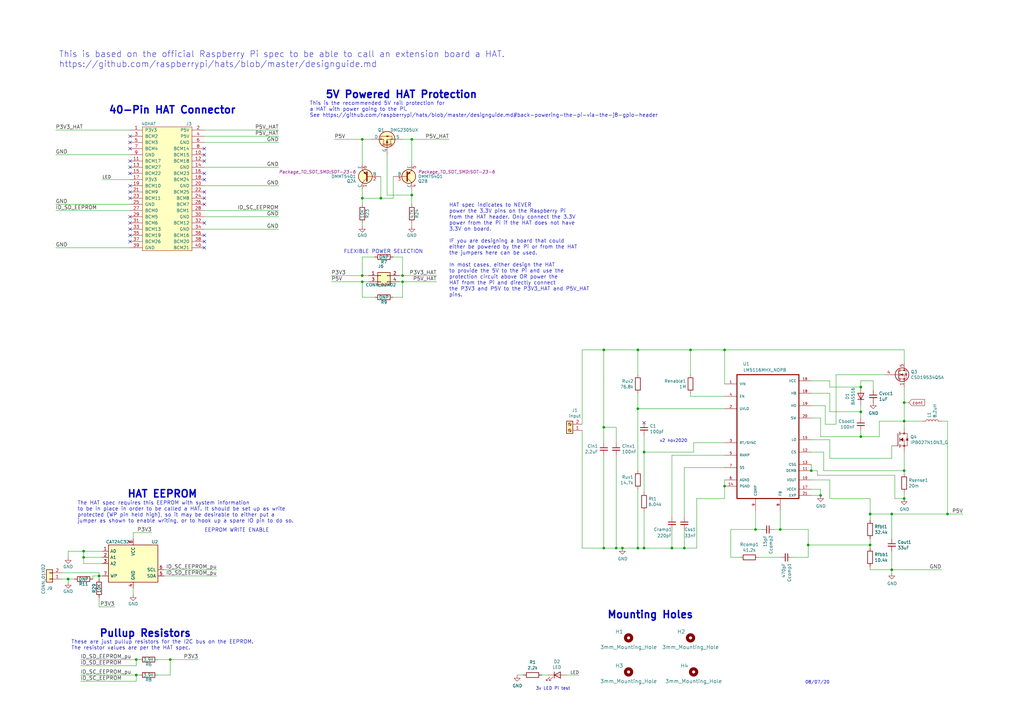
<source format=kicad_sch>
(kicad_sch (version 20211123) (generator eeschema)
  (paper "A3")
  (title_block (title "Raspberry Pi HAT") (rev "A"))
  (lib_symbols
    (symbol "Connector:Screw_Terminal_01x02" (pin_names (offset 1.016) hide)
      (property "Reference" "J" (at 0 2.54 0))
      (property "Value" "Screw_Terminal_01x02" (at 0 -5.08 0))
      (symbol "Screw_Terminal_01x02_1_1"
        (rectangle (start -1.27 1.27) (end 1.27 -3.81) (stroke (width 0.254)) (fill (type background)))
        (circle (center 0 -2.54) (radius 0.635) (stroke (width 0.1524)))
        (polyline (pts (xy -0.5334 -2.2098) (xy 0.3302 -3.048)) (stroke (width 0.1524)))
        (polyline (pts (xy -0.5334 0.3302) (xy 0.3302 -0.508)) (stroke (width 0.1524)))
        (polyline (pts (xy -0.3556 -2.032) (xy 0.508 -2.8702)) (stroke (width 0.1524)))
        (polyline (pts (xy -0.3556 0.508) (xy 0.508 -0.3302)) (stroke (width 0.1524)))
        (circle (center 0 0) (radius 0.635) (stroke (width 0.1524)))
        (pin passive line (at -5.08 0 0) (length 3.81) (name "Pin_1") (number "1"))
        (pin passive line (at -5.08 -2.54 0) (length 3.81) (name "Pin_2") (number "2"))
      )
    )
    (symbol "Connector_Generic:Conn_01x02" (pin_names (offset 1.016) hide)
      (property "Reference" "J" (at 0 2.54 0))
      (property "Value" "Conn_01x02" (at 0 -5.08 0))
      (symbol "Conn_01x02_1_1"
        (rectangle (start -1.27 -2.413) (end 0 -2.667) (stroke (width 0.1524)))
        (rectangle (start -1.27 0.127) (end 0 -0.127) (stroke (width 0.1524)))
        (rectangle (start -1.27 1.27) (end 1.27 -3.81) (stroke (width 0.254)) (fill (type background)))
        (pin passive line (at -5.08 0 0) (length 3.81) (name "Pin_1") (number "1"))
        (pin passive line (at -5.08 -2.54 0) (length 3.81) (name "Pin_2") (number "2"))
      )
    )
    (symbol "Connector_Generic:Conn_02x02_Odd_Even" (pin_names (offset 1.016) hide)
      (property "Reference" "J" (at 1.27 2.54 0))
      (property "Value" "Conn_02x02_Odd_Even" (at 1.27 -5.08 0))
      (symbol "Conn_02x02_Odd_Even_1_1"
        (rectangle (start -1.27 -2.413) (end 0 -2.667) (stroke (width 0.1524)))
        (rectangle (start -1.27 0.127) (end 0 -0.127) (stroke (width 0.1524)))
        (rectangle (start -1.27 1.27) (end 3.81 -3.81) (stroke (width 0.254)) (fill (type background)))
        (rectangle (start 3.81 -2.413) (end 2.54 -2.667) (stroke (width 0.1524)))
        (rectangle (start 3.81 0.127) (end 2.54 -0.127) (stroke (width 0.1524)))
        (pin passive line (at -5.08 0 0) (length 3.81) (name "Pin_1") (number "1"))
        (pin passive line (at 7.62 0 180) (length 3.81) (name "Pin_2") (number "2"))
        (pin passive line (at -5.08 -2.54 0) (length 3.81) (name "Pin_3") (number "3"))
        (pin passive line (at 7.62 -2.54 180) (length 3.81) (name "Pin_4") (number "4"))
      )
    )
    (symbol "Device:C_Small" (pin_numbers hide) (pin_names (offset 0.254) hide)
      (property "Reference" "C" (at 0.254 1.778 0))
      (property "Value" "C_Small" (at 0.254 -2.032 0))
      (symbol "C_Small_0_1"
        (polyline (pts (xy -1.524 -0.508) (xy 1.524 -0.508)) (stroke (width 0.3302)))
        (polyline (pts (xy -1.524 0.508) (xy 1.524 0.508)) (stroke (width 0.3048)))
      )
      (symbol "C_Small_1_1"
        (pin passive line (at 0 2.54 270) (length 2.032) (name "~") (number "1"))
        (pin passive line (at 0 -2.54 90) (length 2.032) (name "~") (number "2"))
      )
    )
    (symbol "Device:D" (pin_numbers hide) (pin_names (offset 1.016) hide)
      (property "Reference" "D" (at 0 2.54 0))
      (property "Value" "D" (at 0 -2.54 0))
      (symbol "D_0_1"
        (polyline (pts (xy -1.27 1.27) (xy -1.27 -1.27)) (stroke (width 0.254)))
        (polyline (pts (xy 1.27 0) (xy -1.27 0)))
        (polyline (pts (xy 1.27 1.27) (xy 1.27 -1.27) (xy -1.27 0) (xy 1.27 1.27)) (stroke (width 0.254)))
      )
      (symbol "D_1_1"
        (pin passive line (at -3.81 0 0) (length 2.54) (name "K") (number "1"))
        (pin passive line (at 3.81 0 180) (length 2.54) (name "A") (number "2"))
      )
    )
    (symbol "Device:L" (pin_numbers hide) (pin_names (offset 1.016) hide)
      (property "Reference" "L" (at -1.27 0 90))
      (property "Value" "L" (at 1.905 0 90))
      (symbol "L_0_1"
        (arc (start 0 -2.54) (mid 0.635 -1.905) (end 0 -1.27))
        (arc (start 0 -1.27) (mid 0.635 -0.635) (end 0 0))
        (arc (start 0 0) (mid 0.635 0.635) (end 0 1.27))
        (arc (start 0 1.27) (mid 0.635 1.905) (end 0 2.54))
      )
      (symbol "L_1_1"
        (pin passive line (at 0 3.81 270) (length 1.27) (name "1") (number "1"))
        (pin passive line (at 0 -3.81 90) (length 1.27) (name "2") (number "2"))
      )
    )
    (symbol "Device:LED" (pin_numbers hide) (pin_names (offset 1.016) hide)
      (property "Reference" "D" (at 0 2.54 0))
      (property "Value" "LED" (at 0 -2.54 0))
      (symbol "LED_0_1"
        (polyline (pts (xy -1.27 -1.27) (xy -1.27 1.27)) (stroke (width 0.254)))
        (polyline (pts (xy -1.27 0) (xy 1.27 0)))
        (polyline (pts (xy 1.27 -1.27) (xy 1.27 1.27) (xy -1.27 0) (xy 1.27 -1.27)) (stroke (width 0.254)))
        (polyline (pts (xy -3.048 -0.762) (xy -4.572 -2.286) (xy -3.81 -2.286) (xy -4.572 -2.286) (xy -4.572 -1.524)))
        (polyline (pts (xy -1.778 -0.762) (xy -3.302 -2.286) (xy -2.54 -2.286) (xy -3.302 -2.286) (xy -3.302 -1.524)))
      )
      (symbol "LED_1_1"
        (pin passive line (at -3.81 0 0) (length 2.54) (name "K") (number "1"))
        (pin passive line (at 3.81 0 180) (length 2.54) (name "A") (number "2"))
      )
    )
    (symbol "Device:R" (pin_numbers hide) (pin_names (offset 0))
      (property "Reference" "R" (at 2.032 0 90))
      (property "Value" "R" (at 0 0 90))
      (symbol "R_0_1"
        (rectangle (start -1.016 -2.54) (end 1.016 2.54) (stroke (width 0.254)))
      )
      (symbol "R_1_1"
        (pin passive line (at 0 3.81 270) (length 1.27) (name "~") (number "1"))
        (pin passive line (at 0 -3.81 90) (length 1.27) (name "~") (number "2"))
      )
    )
    (symbol "LM5116_hat:LM5116MHX_NOPB_webench_LM5116MHX_NOPB" (pin_names (offset 1.016))
      (property "Reference" "U" (at -12.7 26.3906 0))
      (property "Value" "LM5116MHX_NOPB_webench_LM5116MHX_NOPB" (at -5.08 26.67 0))
      (symbol "LM5116MHX_NOPB_webench_LM5116MHX_NOPB_0_0"
        (polyline (pts (xy -12.7 -25.4) (xy -12.7 25.4)) (stroke (width 0.4064)))
        (polyline (pts (xy -12.7 25.4) (xy 12.7 25.4)) (stroke (width 0.4064)))
        (polyline (pts (xy 12.7 -25.4) (xy -12.7 -25.4)) (stroke (width 0.4064)))
        (polyline (pts (xy 12.7 25.4) (xy 12.7 -25.4)) (stroke (width 0.4064)))
        (pin input line (at -17.78 21.59 0) (length 5.08) (name "VIN") (number "1"))
        (pin output line (at 17.78 -17.78 180) (length 5.08) (name "VOUT") (number "10"))
        (pin input line (at 17.78 -13.97 180) (length 5.08) (name "DEMB") (number "11"))
        (pin input line (at 17.78 -6.35 180) (length 5.08) (name "CS") (number "12"))
        (pin input line (at 17.78 -11.43 180) (length 5.08) (name "CSG") (number "13"))
        (pin power_in line (at -17.78 -20.32 0) (length 5.08) (name "PGND") (number "14"))
        (pin output line (at 17.78 -1.27 180) (length 5.08) (name "LO") (number "15"))
        (pin power_in line (at 17.78 22.86 180) (length 5.08) (name "VCC") (number "16"))
        (pin power_in line (at 17.78 -21.59 180) (length 5.08) (name "VCCX") (number "17"))
        (pin power_in line (at 17.78 17.78 180) (length 5.08) (name "HB") (number "18"))
        (pin output line (at 17.78 12.7 180) (length 5.08) (name "HO") (number "19"))
        (pin input line (at -17.78 11.43 0) (length 5.08) (name "UVLO") (number "2"))
        (pin output line (at 17.78 7.62 180) (length 5.08) (name "SW") (number "20"))
        (pin power_in line (at 17.78 -24.13 180) (length 5.08) (name "EXP") (number "21"))
        (pin input line (at -17.78 -2.54 0) (length 5.08) (name "RT/SYNC") (number "3"))
        (pin input line (at -17.78 16.51 0) (length 5.08) (name "EN") (number "4"))
        (pin input line (at -17.78 -7.62 0) (length 5.08) (name "RAMP") (number "5"))
        (pin power_in line (at -17.78 -17.78 0) (length 5.08) (name "AGND") (number "6"))
        (pin input line (at -17.78 -12.7 0) (length 5.08) (name "SS") (number "7"))
        (pin input line (at 5.08 -30.48 90) (length 5.08) (name "FB") (number "8"))
        (pin output line (at -5.08 -30.48 90) (length 5.08) (name "COMP") (number "9"))
      )
    )
    (symbol "Mechanical:MountingHole" (pin_names (offset 1.016))
      (property "Reference" "H" (at 0 5.08 0))
      (property "Value" "MountingHole" (at 0 3.175 0))
      (symbol "MountingHole_0_1"
        (circle (center 0 0) (radius 1.27) (stroke (width 1.27)))
      )
    )
    (symbol "Transistor_FET:CSD19534Q5A" (pin_names hide)
      (property "Reference" "Q" (at 5.08 1.905 0))
      (property "Value" "CSD19534Q5A" (at 5.08 0 0))
      (symbol "CSD19534Q5A_0_1"
        (polyline (pts (xy 0.254 0) (xy -2.54 0)))
        (polyline (pts (xy 0.254 1.905) (xy 0.254 -1.905)) (stroke (width 0.254)))
        (polyline (pts (xy 0.762 -1.27) (xy 0.762 -2.286)) (stroke (width 0.254)))
        (polyline (pts (xy 0.762 0.508) (xy 0.762 -0.508)) (stroke (width 0.254)))
        (polyline (pts (xy 0.762 2.286) (xy 0.762 1.27)) (stroke (width 0.254)))
        (polyline (pts (xy 2.54 2.54) (xy 2.54 1.778)))
        (polyline (pts (xy 2.54 -2.54) (xy 2.54 0) (xy 0.762 0)))
        (polyline (pts (xy 0.762 -1.778) (xy 3.302 -1.778) (xy 3.302 1.778) (xy 0.762 1.778)))
        (polyline (pts (xy 1.016 0) (xy 2.032 0.381) (xy 2.032 -0.381) (xy 1.016 0)) (fill (type outline)))
        (polyline (pts (xy 2.794 0.508) (xy 2.921 0.381) (xy 3.683 0.381) (xy 3.81 0.254)))
        (polyline (pts (xy 3.302 0.381) (xy 2.921 -0.254) (xy 3.683 -0.254) (xy 3.302 0.381)))
        (circle (center 1.651 0) (radius 2.794) (stroke (width 0.254)))
        (circle (center 2.54 -1.778) (radius 0.254) (fill (type outline)))
        (circle (center 2.54 1.778) (radius 0.254) (fill (type outline)))
      )
      (symbol "CSD19534Q5A_1_1"
        (pin passive line (at 2.54 -5.08 90) (length 2.54) (name "S") (number "1"))
        (pin passive line (at 2.54 -5.08 90) (length 2.54) hide (name "S") (number "2"))
        (pin passive line (at 2.54 -5.08 90) (length 2.54) hide (name "S") (number "3"))
        (pin passive line (at -5.08 0 0) (length 2.54) (name "G") (number "4"))
        (pin passive line (at 2.54 5.08 270) (length 2.54) (name "D") (number "5"))
      )
    )
    (symbol "kyuditsky_kicad:IPB027N10N3_G" (pin_numbers hide) (pin_names (offset 1.016) hide)
      (property "Reference" "Q" (at -8.89 2.54 0))
      (property "Value" "IPB027N10N3_G" (at -8.89 -7.62 0))
      (symbol "IPB027N10N3_G_0_0"
        (polyline (pts (xy 0 2.54) (xy 0 -2.54)) (stroke (width 0.254)))
        (polyline (pts (xy 0.762 -2.54) (xy 0.762 -3.175)) (stroke (width 0.254)))
        (polyline (pts (xy 0.762 -1.905) (xy 0.762 -2.54)) (stroke (width 0.254)))
        (polyline (pts (xy 0.762 0) (xy 0.762 -0.762)) (stroke (width 0.254)))
        (polyline (pts (xy 0.762 0) (xy 2.54 0)) (stroke (width 0.1524)))
        (polyline (pts (xy 0.762 0.762) (xy 0.762 0)) (stroke (width 0.254)))
        (polyline (pts (xy 0.762 2.54) (xy 0.762 1.905)) (stroke (width 0.254)))
        (polyline (pts (xy 0.762 2.54) (xy 3.81 2.54)) (stroke (width 0.1524)))
        (polyline (pts (xy 0.762 3.175) (xy 0.762 2.54)) (stroke (width 0.254)))
        (polyline (pts (xy 2.54 -2.54) (xy 0.762 -2.54)) (stroke (width 0.1524)))
        (polyline (pts (xy 2.54 -2.54) (xy 3.81 -2.54)) (stroke (width 0.1524)))
        (polyline (pts (xy 2.54 0) (xy 2.54 -2.54)) (stroke (width 0.1524)))
        (polyline (pts (xy 3.81 0.508) (xy 3.302 0.508)) (stroke (width 0.1524)))
        (polyline (pts (xy 3.81 0.508) (xy 3.81 -2.54)) (stroke (width 0.1524)))
        (polyline (pts (xy 3.81 2.54) (xy 3.81 0.508)) (stroke (width 0.1524)))
        (polyline (pts (xy 4.318 0.508) (xy 3.81 0.508)) (stroke (width 0.1524)))
        (polyline (pts (xy 1.016 0) (xy 2.032 0.762) (xy 2.032 -0.762)) (stroke (width 0.1524)) (fill (type outline)))
        (polyline (pts (xy 3.81 0.508) (xy 3.302 -0.254) (xy 4.318 -0.254)) (stroke (width 0.1524)) (fill (type outline)))
        (circle (center 2.54 -2.54) (radius 0.3556))
        (circle (center 2.54 2.54) (radius 0.3556))
        (pin passive line (at -2.54 -2.54 0) (length 2.54) (name "~") (number "1"))
        (pin passive line (at 2.54 5.08 270) (length 2.54) (name "~") (number "2"))
        (pin passive line (at 2.54 -5.08 90) (length 2.54) (name "~") (number "3"))
      )
    )
    (symbol "power:GND" (power) (pin_names (offset 0))
      (property "Value" "GND" (at 0 -3.81 0))
      (symbol "GND_0_1"
        (polyline (pts (xy 0 0) (xy 0 -1.27) (xy 1.27 -1.27) (xy 0 -2.54) (xy -1.27 -1.27) (xy 0 -1.27)))
      )
      (symbol "GND_1_1"
        (pin power_in line (at 0 0 270) (length 0) hide (name "GND") (number "1"))
      )
    )
    (symbol "raspberrypi_hat:CAT24C32" (pin_names (offset 0.762))
      (property "Reference" "U" (at -8.89 8.89 0))
      (property "Value" "CAT24C32" (at 6.35 8.89 0))
      (symbol "CAT24C32_0_0"
        (pin power_in line (at 0 -10.16 90) (length 2.54) (name "GND") (number "4"))
        (pin power_in line (at 0 10.16 270) (length 2.54) (name "VCC") (number "8"))
      )
      (symbol "CAT24C32_1_1"
        (rectangle (start -10.16 -7.62) (end 10.16 7.62) (stroke (width 0.254)) (fill (type background)))
        (pin input line (at -12.7 5.08 0) (length 2.54) (name "A0") (number "1"))
        (pin input line (at -12.7 2.54 0) (length 2.54) (name "A1") (number "2"))
        (pin input line (at -12.7 0 0) (length 2.54) (name "A2") (number "3"))
        (pin bidirectional line (at 12.7 -5.08 180) (length 2.54) (name "SDA") (number "5"))
        (pin input line (at 12.7 -2.54 180) (length 2.54) (name "SCL") (number "6"))
        (pin input line (at -12.7 -5.08 0) (length 2.54) (name "WP") (number "7"))
      )
    )
    (symbol "raspberrypi_hat:DMG2305UX" (pin_numbers hide) (pin_names (offset 0))
      (property "Reference" "Q" (at -2.54 3.81 0))
      (property "Value" "DMG2305UX" (at 12.7 3.81 0))
      (symbol "DMG2305UX_0_1"
        (polyline (pts (xy -2.54 0) (xy -2.286 0)) (stroke (width 0.254)))
        (polyline (pts (xy -1.778 -1.524) (xy 0 -1.524)))
        (polyline (pts (xy -1.778 -1.016) (xy -1.778 -2.032)))
        (polyline (pts (xy -1.778 0) (xy 0 0)))
        (polyline (pts (xy -1.778 0.508) (xy -1.778 -0.508)))
        (polyline (pts (xy -1.778 1.397) (xy 0 1.397)))
        (polyline (pts (xy -1.778 1.905) (xy -1.778 0.889)))
        (polyline (pts (xy 0 -2.032) (xy 0 -2.921)))
        (polyline (pts (xy 0 -1.778) (xy 0 0)))
        (polyline (pts (xy 0 -1.27) (xy 0 -2.032)))
        (polyline (pts (xy 0 1.524) (xy 0 2.794)))
        (polyline (pts (xy 0 2.159) (xy 0 1.397)))
        (polyline (pts (xy 0.889 -0.5334) (xy 1.6764 -0.508)))
        (polyline (pts (xy -2.286 1.778) (xy -2.286 -1.905) (xy -2.286 -1.397) (xy -2.286 -1.651)) (stroke (width 0.254)))
        (polyline (pts (xy -0.381 0) (xy -1.397 0.381) (xy -1.397 -0.381) (xy -0.381 0)) (fill (type outline)))
        (polyline (pts (xy 1.27 -0.4572) (xy 0.9906 0.1524) (xy 1.524 0.1524) (xy 1.2446 -0.4572)) (fill (type outline)))
        (polyline (pts (xy 0 2.54) (xy 1.27 2.54) (xy 1.27 0.508) (xy 1.27 -2.032) (xy 0 -2.032)))
        (circle (center 0 0) (radius 3.2512) (stroke (width 0.254)) (fill (type background)))
        (circle (center 0.0254 -2.032) (radius 0.1524) (fill (type outline)))
        (circle (center 0.0254 2.54) (radius 0.1778) (fill (type outline)))
      )
      (symbol "DMG2305UX_1_1"
        (pin input line (at -6.35 0 0) (length 3.81) (name "G") (number "1"))
        (pin passive line (at 0 -6.35 90) (length 3.81) (name "S") (number "2"))
        (pin passive line (at 0 6.35 270) (length 3.81) (name "D") (number "3"))
      )
    )
    (symbol "raspberrypi_hat:DMMT5401" (pin_names (offset 0))
      (property "Reference" "Q" (at 5.08 1.905 0))
      (property "Value" "DMMT5401" (at 5.08 0 0))
      (property "Footprint" "SOT-26" (at 5.08 -1.905 0))
      (symbol "DMMT5401_0_1"
        (polyline (pts (xy 0 0) (xy 0.635 0)))
        (polyline (pts (xy 2.54 -2.54) (xy 0.635 -0.635)))
        (polyline (pts (xy 2.54 2.54) (xy 0.635 0.635)))
        (polyline (pts (xy 0.635 1.905) (xy 0.635 -1.905) (xy 0.635 -1.905)) (stroke (width 0.508)) (fill (type outline)))
        (polyline (pts (xy 1.397 -1.905) (xy 1.905 -1.397) (xy 0.889 -0.889) (xy 1.397 -1.905) (xy 1.397 -1.905)) (fill (type outline)))
        (circle (center 1.27 0) (radius 2.8194) (stroke (width 0.254)) (fill (type background)))
      )
      (symbol "DMMT5401_1_1"
        (pin passive line (at 2.54 5.08 270) (length 2.54) (name "C") (number "1"))
        (pin input line (at -5.08 0 0) (length 5.08) (name "B") (number "2"))
        (pin passive line (at 2.54 -5.08 90) (length 2.54) (name "E") (number "6"))
      )
      (symbol "DMMT5401_2_1"
        (pin input line (at -5.08 0 0) (length 5.08) (name "B") (number "3"))
        (pin passive line (at 2.54 5.08 270) (length 2.54) (name "C") (number "4"))
        (pin passive line (at 2.54 -5.08 90) (length 2.54) (name "E") (number "5"))
      )
    )
    (symbol "raspberrypi_hat:OX40HAT" (pin_names (offset 1.016))
      (property "Reference" "J" (at 8.89 2.54 0))
      (property "Value" "OX40HAT" (at -7.62 2.54 0))
      (symbol "OX40HAT_0_1"
        (rectangle (start -10.16 1.27) (end 10.16 -49.53) (fill (type background)))
      )
      (symbol "OX40HAT_1_1"
        (pin bidirectional line (at -15.24 0 0) (length 5.08) (name "P3V3") (number "1"))
        (pin bidirectional line (at 15.24 -10.16 180) (length 5.08) (name "BCM15") (number "10"))
        (pin bidirectional line (at -15.24 -12.7 0) (length 5.08) (name "BCM17") (number "11"))
        (pin bidirectional line (at 15.24 -12.7 180) (length 5.08) (name "BCM18") (number "12"))
        (pin bidirectional line (at -15.24 -15.24 0) (length 5.08) (name "BCM27") (number "13"))
        (pin bidirectional line (at 15.24 -15.24 180) (length 5.08) (name "GND") (number "14"))
        (pin bidirectional line (at -15.24 -17.78 0) (length 5.08) (name "BCM22") (number "15"))
        (pin bidirectional line (at 15.24 -17.78 180) (length 5.08) (name "BCM23") (number "16"))
        (pin bidirectional line (at -15.24 -20.32 0) (length 5.08) (name "P3V3") (number "17"))
        (pin bidirectional line (at 15.24 -20.32 180) (length 5.08) (name "BCM24") (number "18"))
        (pin bidirectional line (at -15.24 -22.86 0) (length 5.08) (name "BCM10") (number "19"))
        (pin bidirectional line (at 15.24 0 180) (length 5.08) (name "P5V") (number "2"))
        (pin bidirectional line (at 15.24 -22.86 180) (length 5.08) (name "GND") (number "20"))
        (pin bidirectional line (at -15.24 -25.4 0) (length 5.08) (name "BCM9") (number "21"))
        (pin bidirectional line (at 15.24 -25.4 180) (length 5.08) (name "BCM25") (number "22"))
        (pin bidirectional line (at -15.24 -27.94 0) (length 5.08) (name "BCM11") (number "23"))
        (pin bidirectional line (at 15.24 -27.94 180) (length 5.08) (name "BCM8") (number "24"))
        (pin bidirectional line (at -15.24 -30.48 0) (length 5.08) (name "GND") (number "25"))
        (pin bidirectional line (at 15.24 -30.48 180) (length 5.08) (name "BCM7") (number "26"))
        (pin bidirectional line (at -15.24 -33.02 0) (length 5.08) (name "BCM0") (number "27"))
        (pin bidirectional line (at 15.24 -33.02 180) (length 5.08) (name "BCM1") (number "28"))
        (pin bidirectional line (at -15.24 -35.56 0) (length 5.08) (name "BCM5") (number "29"))
        (pin bidirectional line (at -15.24 -2.54 0) (length 5.08) (name "BCM2") (number "3"))
        (pin bidirectional line (at 15.24 -35.56 180) (length 5.08) (name "GND") (number "30"))
        (pin bidirectional line (at -15.24 -38.1 0) (length 5.08) (name "BCM6") (number "31"))
        (pin bidirectional line (at 15.24 -38.1 180) (length 5.08) (name "BCM12") (number "32"))
        (pin bidirectional line (at -15.24 -40.64 0) (length 5.08) (name "BCM13") (number "33"))
        (pin bidirectional line (at 15.24 -40.64 180) (length 5.08) (name "GND") (number "34"))
        (pin bidirectional line (at -15.24 -43.18 0) (length 5.08) (name "BCM19") (number "35"))
        (pin bidirectional line (at 15.24 -43.18 180) (length 5.08) (name "BCM16") (number "36"))
        (pin bidirectional line (at -15.24 -45.72 0) (length 5.08) (name "BCM26") (number "37"))
        (pin bidirectional line (at 15.24 -45.72 180) (length 5.08) (name "BCM20") (number "38"))
        (pin bidirectional line (at -15.24 -48.26 0) (length 5.08) (name "GND") (number "39"))
        (pin bidirectional line (at 15.24 -2.54 180) (length 5.08) (name "P5V") (number "4"))
        (pin bidirectional line (at 15.24 -48.26 180) (length 5.08) (name "BCM21") (number "40"))
        (pin bidirectional line (at -15.24 -5.08 0) (length 5.08) (name "BCM3") (number "5"))
        (pin bidirectional line (at 15.24 -5.08 180) (length 5.08) (name "GND") (number "6"))
        (pin bidirectional line (at -15.24 -7.62 0) (length 5.08) (name "BCM4") (number "7"))
        (pin bidirectional line (at 15.24 -7.62 180) (length 5.08) (name "BCM14") (number "8"))
        (pin bidirectional line (at -15.24 -10.16 0) (length 5.08) (name "GND") (number "9"))
      )
    )
  )
  (junction (at 365.76 210.82))
  (junction (at 309.88 217.17))
  (junction (at 331.47 223.52))
  (junction (at 168.91 80.01))
  (junction (at 255.27 224.79))
  (junction (at 336.55 203.2))
  (junction (at 168.91 57.15))
  (junction (at 69.85 270.51))
  (junction (at 356.87 210.82))
  (junction (at 370.84 193.04))
  (junction (at 261.62 167.64))
  (junction (at 370.84 172.72))
  (junction (at 247.65 175.26))
  (junction (at 370.84 204.47))
  (junction (at 353.06 168.91))
  (junction (at 148.59 115.57))
  (junction (at 283.21 143.51))
  (junction (at 297.18 143.51))
  (junction (at 40.64 236.22))
  (junction (at 261.62 143.51))
  (junction (at 34.29 226.06))
  (junction (at 297.18 199.39))
  (junction (at 148.59 113.03))
  (junction (at 320.04 217.17))
  (junction (at 55.88 270.51))
  (junction (at 353.06 179.07))
  (junction (at 356.87 223.52))
  (junction (at 332.74 193.04))
  (junction (at 264.16 185.42))
  (junction (at 365.76 233.68))
  (junction (at 370.84 165.1))
  (junction (at 247.65 224.79))
  (junction (at 148.59 57.15))
  (junction (at 353.06 158.75))
  (junction (at 275.59 224.79))
  (junction (at 264.16 224.79))
  (junction (at 280.67 224.79))
  (junction (at 261.62 224.79))
  (junction (at 388.62 210.82))
  (junction (at 55.88 276.86))
  (junction (at 156.21 81.28))
  (junction (at 252.73 224.79))
  (junction (at 165.1 115.57))
  (junction (at 165.1 113.03))
  (junction (at 34.29 228.6))
  (junction (at 148.59 81.28))
  (junction (at 247.65 143.51))
  (junction (at 27.94 237.49))
  (no_connect (at 264.16 173.355))
  (no_connect (at 83.82 91.44))
  (no_connect (at 83.82 63.5))
  (no_connect (at 83.82 78.74))
  (no_connect (at 53.34 88.9))
  (no_connect (at 53.34 91.44))
  (no_connect (at 83.82 101.6))
  (no_connect (at 53.34 99.06))
  (no_connect (at 83.82 73.66))
  (no_connect (at 83.82 66.04))
  (no_connect (at 53.34 78.74))
  (no_connect (at 83.82 81.28))
  (no_connect (at 53.34 66.04))
  (no_connect (at 53.34 68.58))
  (no_connect (at 83.82 71.12))
  (no_connect (at 53.34 58.42))
  (no_connect (at 53.34 55.88))
  (no_connect (at 83.82 60.96))
  (no_connect (at 53.34 60.96))
  (no_connect (at 53.34 76.2))
  (no_connect (at 83.82 96.52))
  (no_connect (at 53.34 96.52))
  (no_connect (at 53.34 81.28))
  (no_connect (at 53.34 93.98))
  (no_connect (at 83.82 99.06))
  (no_connect (at 53.34 71.12))
  (no_connect (at 83.82 83.82))
  (wire (pts (xy 264.16 178.435) (xy 264.16 185.42)))
  (wire (pts (xy 367.03 204.47) (xy 370.84 204.47)))
  (wire (pts (xy 38.1 236.22) (xy 38.1 237.49)))
  (wire (pts (xy 337.82 193.04) (xy 370.84 193.04)))
  (wire (pts (xy 340.36 196.85) (xy 340.36 204.47)))
  (wire (pts (xy 284.48 185.42) (xy 264.16 185.42)))
  (wire (pts (xy 137.16 57.15) (xy 148.59 57.15)))
  (wire (pts (xy 252.73 224.79) (xy 255.27 224.79)))
  (wire (pts (xy 280.67 217.17) (xy 280.67 224.79)))
  (wire (pts (xy 27.94 237.49) (xy 30.48 237.49)))
  (wire (pts (xy 335.28 194.945) (xy 335.28 193.04)))
  (wire (pts (xy 27.94 226.06) (xy 34.29 226.06)))
  (wire (pts (xy 264.16 224.79) (xy 275.59 224.79)))
  (wire (pts (xy 158.75 63.5) (xy 158.75 80.01)))
  (wire (pts (xy 83.82 55.88) (xy 114.3 55.88)))
  (wire (pts (xy 40.64 236.22) (xy 41.91 236.22)))
  (wire (pts (xy 370.84 165.1) (xy 370.84 172.72)))
  (wire (pts (xy 331.47 223.52) (xy 331.47 228.6)))
  (wire (pts (xy 285.75 204.47) (xy 297.18 204.47)))
  (wire (pts (xy 365.76 233.68) (xy 365.76 234.95)))
  (wire (pts (xy 165.1 121.92) (xy 165.1 115.57)))
  (wire (pts (xy 356.87 220.98) (xy 356.87 223.52)))
  (wire (pts (xy 54.61 218.44) (xy 62.23 218.44)))
  (wire (pts (xy 261.62 161.29) (xy 261.62 167.64)))
  (wire (pts (xy 309.88 217.17) (xy 312.42 217.17)))
  (wire (pts (xy 165.1 57.15) (xy 168.91 57.15)))
  (wire (pts (xy 53.34 86.36) (xy 22.86 86.36)))
  (wire (pts (xy 353.06 156.21) (xy 353.06 158.75)))
  (wire (pts (xy 353.06 176.53) (xy 353.06 179.07)))
  (wire (pts (xy 158.75 80.01) (xy 168.91 80.01)))
  (wire (pts (xy 163.83 113.03) (xy 165.1 113.03)))
  (wire (pts (xy 332.74 190.5) (xy 332.74 193.04)))
  (wire (pts (xy 153.67 105.41) (xy 148.59 105.41)))
  (wire (pts (xy 353.06 168.91) (xy 353.06 166.37)))
  (wire (pts (xy 340.36 168.91) (xy 353.06 168.91)))
  (wire (pts (xy 340.36 180.34) (xy 332.74 180.34)))
  (wire (pts (xy 356.87 223.52) (xy 356.87 224.79)))
  (wire (pts (xy 275.59 217.17) (xy 275.59 224.79)))
  (wire (pts (xy 165.1 113.03) (xy 165.1 105.41)))
  (wire (pts (xy 325.12 228.6) (xy 331.47 228.6)))
  (wire (pts (xy 360.68 179.07) (xy 353.06 179.07)))
  (wire (pts (xy 370.84 193.04) (xy 370.84 194.31)))
  (wire (pts (xy 340.36 156.21) (xy 340.36 158.75)))
  (wire (pts (xy 40.64 234.95) (xy 40.64 236.22)))
  (wire (pts (xy 365.76 233.68) (xy 386.08 233.68)))
  (wire (pts (xy 55.88 279.4) (xy 33.02 279.4)))
  (wire (pts (xy 135.89 115.57) (xy 148.59 115.57)))
  (wire (pts (xy 214.63 276.86) (xy 212.09 276.86)))
  (wire (pts (xy 356.87 210.82) (xy 365.76 210.82)))
  (wire (pts (xy 222.25 276.86) (xy 224.79 276.86)))
  (wire (pts (xy 27.94 226.06) (xy 27.94 228.6)))
  (wire (pts (xy 297.18 204.47) (xy 297.18 199.39)))
  (wire (pts (xy 338.455 166.37) (xy 332.74 166.37)))
  (wire (pts (xy 53.34 63.5) (xy 22.86 63.5)))
  (wire (pts (xy 378.46 172.72) (xy 370.84 172.72)))
  (wire (pts (xy 33.02 276.86) (xy 55.88 276.86)))
  (wire (pts (xy 135.89 113.03) (xy 148.59 113.03)))
  (wire (pts (xy 365.76 210.82) (xy 365.76 220.98)))
  (wire (pts (xy 283.21 153.67) (xy 283.21 143.51)))
  (wire (pts (xy 38.1 236.22) (xy 40.64 236.22)))
  (wire (pts (xy 40.64 248.92) (xy 40.64 245.11)))
  (wire (pts (xy 284.48 181.61) (xy 284.48 185.42)))
  (wire (pts (xy 55.88 276.86) (xy 57.15 276.86)))
  (wire (pts (xy 83.82 53.34) (xy 114.3 53.34)))
  (wire (pts (xy 165.1 105.41) (xy 161.29 105.41)))
  (wire (pts (xy 53.34 53.34) (xy 22.86 53.34)))
  (wire (pts (xy 247.65 186.69) (xy 247.65 224.79)))
  (wire (pts (xy 156.21 72.39) (xy 156.21 81.28)))
  (wire (pts (xy 161.29 121.92) (xy 165.1 121.92)))
  (wire (pts (xy 148.59 115.57) (xy 148.59 121.92)))
  (wire (pts (xy 168.91 80.01) (xy 168.91 83.82)))
  (wire (pts (xy 332.74 156.21) (xy 340.36 156.21)))
  (wire (pts (xy 148.59 105.41) (xy 148.59 113.03)))
  (wire (pts (xy 83.82 76.2) (xy 114.3 76.2)))
  (wire (pts (xy 299.72 228.6) (xy 303.53 228.6)))
  (wire (pts (xy 283.21 161.29) (xy 283.21 162.56)))
  (wire (pts (xy 370.84 172.72) (xy 360.68 172.72)))
  (wire (pts (xy 34.29 231.14) (xy 41.91 231.14)))
  (wire (pts (xy 27.94 238.76) (xy 27.94 237.49)))
  (wire (pts (xy 69.85 276.86) (xy 69.85 270.51)))
  (wire (pts (xy 34.29 226.06) (xy 34.29 228.6)))
  (wire (pts (xy 283.21 143.51) (xy 297.18 143.51)))
  (wire (pts (xy 394.97 210.82) (xy 388.62 210.82)))
  (wire (pts (xy 342.9 153.67) (xy 363.22 153.67)))
  (wire (pts (xy 148.59 81.28) (xy 148.59 83.82)))
  (wire (pts (xy 41.91 228.6) (xy 34.29 228.6)))
  (wire (pts (xy 340.36 187.96) (xy 340.36 180.34)))
  (wire (pts (xy 340.36 158.75) (xy 353.06 158.75)))
  (wire (pts (xy 297.18 186.69) (xy 275.59 186.69)))
  (wire (pts (xy 367.03 194.945) (xy 367.03 204.47)))
  (wire (pts (xy 67.31 233.68) (xy 88.9 233.68)))
  (wire (pts (xy 69.85 270.51) (xy 81.28 270.51)))
  (wire (pts (xy 370.84 185.42) (xy 370.84 193.04)))
  (wire (pts (xy 55.88 270.51) (xy 57.15 270.51)))
  (wire (pts (xy 247.65 224.79) (xy 252.73 224.79)))
  (wire (pts (xy 331.47 223.52) (xy 356.87 223.52)))
  (wire (pts (xy 168.91 77.47) (xy 168.91 80.01)))
  (wire (pts (xy 335.28 193.04) (xy 332.74 193.04)))
  (wire (pts (xy 338.455 173.99) (xy 338.455 166.37)))
  (wire (pts (xy 238.76 224.79) (xy 247.65 224.79)))
  (wire (pts (xy 331.47 217.17) (xy 331.47 223.52)))
  (wire (pts (xy 83.82 88.9) (xy 114.3 88.9)))
  (wire (pts (xy 238.76 143.51) (xy 238.76 173.99)))
  (wire (pts (xy 148.59 77.47) (xy 148.59 81.28)))
  (wire (pts (xy 55.88 273.05) (xy 55.88 270.51)))
  (wire (pts (xy 55.88 273.05) (xy 33.02 273.05)))
  (wire (pts (xy 358.14 156.21) (xy 358.14 160.02)))
  (wire (pts (xy 297.18 196.85) (xy 297.18 199.39)))
  (wire (pts (xy 320.04 209.55) (xy 320.04 217.17)))
  (wire (pts (xy 370.84 201.93) (xy 370.84 204.47)))
  (wire (pts (xy 332.74 185.42) (xy 337.82 185.42)))
  (wire (pts (xy 275.59 224.79) (xy 280.67 224.79)))
  (wire (pts (xy 283.21 143.51) (xy 261.62 143.51)))
  (wire (pts (xy 360.68 172.72) (xy 360.68 179.07)))
  (wire (pts (xy 163.83 115.57) (xy 165.1 115.57)))
  (wire (pts (xy 148.59 81.28) (xy 156.21 81.28)))
  (wire (pts (xy 336.55 200.66) (xy 336.55 203.2)))
  (wire (pts (xy 83.82 68.58) (xy 114.3 68.58)))
  (wire (pts (xy 261.62 167.64) (xy 297.18 167.64)))
  (wire (pts (xy 238.76 143.51) (xy 247.65 143.51)))
  (wire (pts (xy 232.41 276.86) (xy 237.49 276.86)))
  (wire (pts (xy 311.15 228.6) (xy 320.04 228.6)))
  (wire (pts (xy 46.99 248.92) (xy 40.64 248.92)))
  (wire (pts (xy 247.65 175.26) (xy 247.65 143.51)))
  (wire (pts (xy 261.62 167.64) (xy 261.62 193.04)))
  (wire (pts (xy 261.62 200.66) (xy 261.62 224.79)))
  (wire (pts (xy 88.9 236.22) (xy 67.31 236.22)))
  (wire (pts (xy 386.08 172.72) (xy 388.62 172.72)))
  (wire (pts (xy 83.82 58.42) (xy 114.3 58.42)))
  (wire (pts (xy 148.59 92.71) (xy 148.59 91.44)))
  (wire (pts (xy 25.4 234.95) (xy 40.64 234.95)))
  (wire (pts (xy 370.84 143.51) (xy 370.84 148.59)))
  (wire (pts (xy 332.74 171.45) (xy 336.55 171.45)))
  (wire (pts (xy 297.18 143.51) (xy 297.18 157.48)))
  (wire (pts (xy 156.21 81.28) (xy 161.29 81.28)))
  (wire (pts (xy 148.59 67.31) (xy 148.59 57.15)))
  (wire (pts (xy 34.29 228.6) (xy 34.29 231.14)))
  (wire (pts (xy 356.87 213.36) (xy 356.87 210.82)))
  (wire (pts (xy 168.91 92.71) (xy 168.91 91.44)))
  (wire (pts (xy 337.82 185.42) (xy 337.82 193.04)))
  (wire (pts (xy 252.73 175.26) (xy 247.65 175.26)))
  (wire (pts (xy 280.67 224.79) (xy 285.75 224.79)))
  (wire (pts (xy 168.91 67.31) (xy 168.91 57.15)))
  (wire (pts (xy 332.74 200.66) (xy 336.55 200.66)))
  (wire (pts (xy 247.65 181.61) (xy 247.65 175.26)))
  (wire (pts (xy 165.1 115.57) (xy 179.07 115.57)))
  (wire (pts (xy 55.88 279.4) (xy 55.88 276.86)))
  (wire (pts (xy 238.76 176.53) (xy 238.76 224.79)))
  (wire (pts (xy 285.75 204.47) (xy 285.75 224.79)))
  (wire (pts (xy 297.18 181.61) (xy 284.48 181.61)))
  (wire (pts (xy 340.36 204.47) (xy 356.87 204.47)))
  (wire (pts (xy 358.14 156.21) (xy 353.06 156.21)))
  (wire (pts (xy 340.36 168.91) (xy 340.36 161.29)))
  (wire (pts (xy 41.91 73.66) (xy 53.34 73.66)))
  (wire (pts (xy 252.73 181.61) (xy 252.73 175.26)))
  (wire (pts (xy 34.29 226.06) (xy 41.91 226.06)))
  (wire (pts (xy 33.02 270.51) (xy 55.88 270.51)))
  (wire (pts (xy 54.61 218.44) (xy 54.61 220.98)))
  (wire (pts (xy 161.29 81.28) (xy 161.29 72.39)))
  (wire (pts (xy 320.04 217.17) (xy 331.47 217.17)))
  (wire (pts (xy 148.59 115.57) (xy 151.13 115.57)))
  (wire (pts (xy 336.55 171.45) (xy 336.55 179.07)))
  (wire (pts (xy 83.82 86.36) (xy 114.3 86.36)))
  (wire (pts (xy 25.4 237.49) (xy 27.94 237.49)))
  (wire (pts (xy 335.28 194.945) (xy 367.03 194.945)))
  (wire (pts (xy 365.76 210.82) (xy 388.62 210.82)))
  (wire (pts (xy 388.62 172.72) (xy 388.62 210.82)))
  (wire (pts (xy 340.36 161.29) (xy 332.74 161.29)))
  (wire (pts (xy 356.87 233.68) (xy 365.76 233.68)))
  (wire (pts (xy 255.27 224.79) (xy 261.62 224.79)))
  (wire (pts (xy 247.65 143.51) (xy 261.62 143.51)))
  (wire (pts (xy 309.88 209.55) (xy 309.88 217.17)))
  (wire (pts (xy 353.06 171.45) (xy 353.06 168.91)))
  (wire (pts (xy 280.67 191.77) (xy 280.67 212.09)))
  (wire (pts (xy 338.455 173.99) (xy 342.9 173.99)))
  (wire (pts (xy 365.76 187.96) (xy 365.76 182.88)))
  (wire (pts (xy 148.59 121.92) (xy 153.67 121.92)))
  (wire (pts (xy 356.87 232.41) (xy 356.87 233.68)))
  (wire (pts (xy 336.55 179.07) (xy 353.06 179.07)))
  (wire (pts (xy 54.61 241.3) (xy 54.61 243.84)))
  (wire (pts (xy 370.84 158.75) (xy 370.84 165.1)))
  (wire (pts (xy 83.82 93.98) (xy 114.3 93.98)))
  (wire (pts (xy 299.72 217.17) (xy 309.88 217.17)))
  (wire (pts (xy 280.67 191.77) (xy 297.18 191.77)))
  (wire (pts (xy 332.74 196.85) (xy 340.36 196.85)))
  (wire (pts (xy 317.5 217.17) (xy 320.04 217.17)))
  (wire (pts (xy 340.36 187.96) (xy 365.76 187.96)))
  (wire (pts (xy 69.85 276.86) (xy 64.77 276.86)))
  (wire (pts (xy 332.74 203.2) (xy 336.55 203.2)))
  (wire (pts (xy 148.59 57.15) (xy 152.4 57.15)))
  (wire (pts (xy 372.745 165.1) (xy 370.84 165.1)))
  (wire (pts (xy 53.34 101.6) (xy 22.86 101.6)))
  (wire (pts (xy 299.72 217.17) (xy 299.72 228.6)))
  (wire (pts (xy 252.73 186.69) (xy 252.73 224.79)))
  (wire (pts (xy 165.1 113.03) (xy 179.07 113.03)))
  (wire (pts (xy 356.87 210.82) (xy 356.87 204.47)))
  (wire (pts (xy 261.62 224.79) (xy 264.16 224.79)))
  (wire (pts (xy 40.64 236.22) (xy 40.64 237.49)))
  (wire (pts (xy 297.18 143.51) (xy 370.84 143.51)))
  (wire (pts (xy 264.16 185.42) (xy 264.16 201.93)))
  (wire (pts (xy 168.91 57.15) (xy 184.15 57.15)))
  (wire (pts (xy 370.84 172.72) (xy 370.84 175.26)))
  (wire (pts (xy 275.59 186.69) (xy 275.59 212.09)))
  (wire (pts (xy 365.76 226.06) (xy 365.76 233.68)))
  (wire (pts (xy 283.21 162.56) (xy 297.18 162.56)))
  (wire (pts (xy 148.59 113.03) (xy 151.13 113.03)))
  (wire (pts (xy 261.62 153.67) (xy 261.62 143.51)))
  (wire (pts (xy 264.16 209.55) (xy 264.16 224.79)))
  (wire (pts (xy 342.9 153.67) (xy 342.9 173.99)))
  (wire (pts (xy 64.77 270.51) (xy 69.85 270.51)))
  (wire (pts (xy 53.34 83.82) (xy 22.86 83.82)))
  (text "3v LED Pi test" (at 219.71 283.21 0) (effects (font (size 1.27 1.27)) (justify left bottom)))
  (text "This is the recommended 5V rail protection for \na HAT with power going to the Pi.\nSee https://github.com/raspberrypi/hats/blob/master/designguide.md#back-powering-the-pi-via-the-j8-gpio-header" (at 127 48.26 0) (effects (font (size 1.524 1.524)) (justify left bottom)))
  (text "5V Powered HAT Protection" (at 133.35 40.64 0) (effects (font (size 2.9972 2.9972) (thickness 0.5994) bold) (justify left bottom)))
  (text "08/07/20" (at 330.2 280.67 0) (effects (font (size 1.27 1.27)) (justify left bottom)))
  (text "HAT EEPROM" (at 52.07 204.47 0) (effects (font (size 2.9972 2.9972) (thickness 0.5994) bold) (justify left bottom)))
  (text "Pullup Resistors" (at 40.64 261.62 0) (effects (font (size 2.9972 2.9972) (thickness 0.5994) bold) (justify left bottom)))
  (text "The HAT spec requires this EEPROM with system information\nto be in place in order to be called a HAT. It should be set up as write\nprotected (WP pin held high), so it may be desirable to either put a \njumper as shown to enable writing, or to hook up a spare IO pin to do so." (at 31.75 214.63 0) (effects (font (size 1.524 1.524)) (justify left bottom)))
  (text "This is based on the official Raspberry Pi spec to be able to call an extension board a HAT.\nhttps://github.com/raspberrypi/hats/blob/master/designguide.md" (at 24.13 27.94 0) (effects (font (size 2.54 2.54)) (justify left bottom)))
  (text "HAT spec indicates to NEVER\npower the 3.3V pins on the Raspberry Pi \nfrom the HAT header. Only connect the 3.3V\npower from the Pi if the HAT does not have\n3.3V on board.\n\nIF you are designing a board that could\neither be powered by the Pi or from the HAT\nthe jumpers here can be used.\n\nIn most cases, either design the HAT \nto provide the 5V to the Pi and use the\nprotection circuit above OR power the\nHAT from the Pi and directly connect\nthe P3V3 and P5V to the P3V3_HAT and P5V_HAT\npins." (at 184.15 121.92 0) (effects (font (size 1.524 1.524)) (justify left bottom)))
  (text "EEPROM WRITE ENABLE" (at 83.82 218.44 0) (effects (font (size 1.524 1.524)) (justify left bottom)))
  (text "These are just pullup resistors for the I2C bus on the EEPROM.\nThe resistor values are per the HAT spec." (at 29.21 266.7 0) (effects (font (size 1.524 1.524)) (justify left bottom)))
  (text "v2 nov2020\n" (at 270.51 181.61 0) (effects (font (size 1.27 1.27)) (justify left bottom)))
  (text "40-Pin HAT Connector" (at 44.45 46.99 0) (effects (font (size 2.9972 2.9972) (thickness 0.5994) bold) (justify left bottom)))
  (text "Mounting Holes" (at 248.92 254 0) (effects (font (size 2.9972 2.9972) (thickness 0.5994) bold) (justify left bottom)))
  (text "FLEXIBLE POWER SELECTION" (at 140.97 104.14 0) (effects (font (size 1.524 1.524)) (justify left bottom)))
  (label "P5V_HAT" (at 114.3 55.88 180) (effects (font (size 1.524 1.524))))
  (label "P5V_HAT" (at 184.15 57.15 180) (effects (font (size 1.524 1.524))))
  (label "GND" (at 114.3 58.42 180) (effects (font (size 1.524 1.524))))
  (label "P3V3_HAT" (at 179.07 113.03 180) (effects (font (size 1.524 1.524))))
  (label "ID_SC_EEPROM_pu" (at 33.02 276.86 0) (effects (font (size 1.524 1.524))))
  (label "P3V3" (at 46.99 248.92 180) (effects (font (size 1.524 1.524))))
  (label "LED" (at 237.49 276.86 180))
  (label "ID_SD_EEPROM_pu" (at 88.9 236.22 180) (effects (font (size 1.524 1.524))))
  (label "P5V" (at 135.89 115.57 0) (effects (font (size 1.524 1.524))))
  (label "GND" (at 386.08 233.68 180) (effects (font (size 1.524 1.524))))
  (label "GND" (at 114.3 76.2 180) (effects (font (size 1.524 1.524))))
  (label "GND" (at 114.3 88.9 180) (effects (font (size 1.524 1.524))))
  (label "P3V3" (at 135.89 113.03 0) (effects (font (size 1.524 1.524))))
  (label "ID_SC_EEPROM" (at 114.3 86.36 180) (effects (font (size 1.524 1.524))))
  (label "P5V" (at 394.97 210.82 180) (effects (font (size 1.524 1.524))))
  (label "P3V3_HAT" (at 22.86 53.34 0) (effects (font (size 1.524 1.524))))
  (label "LED" (at 41.91 73.66 0))
  (label "P5V_HAT" (at 114.3 53.34 180) (effects (font (size 1.524 1.524))))
  (label "P5V_HAT" (at 179.07 115.57 180) (effects (font (size 1.524 1.524))))
  (label "P5V" (at 137.16 57.15 0) (effects (font (size 1.524 1.524))))
  (label "P3V3" (at 62.23 218.44 180) (effects (font (size 1.524 1.524))))
  (label "GND" (at 114.3 68.58 180) (effects (font (size 1.524 1.524))))
  (label "GND" (at 22.86 63.5 0) (effects (font (size 1.524 1.524))))
  (label "ID_SC_EEPROM_pu" (at 88.9 233.68 180) (effects (font (size 1.524 1.524))))
  (label "ID_SD_EEPROM_pu" (at 33.02 270.51 0) (effects (font (size 1.524 1.524))))
  (label "ID_SD_EEPROM" (at 22.86 86.36 0) (effects (font (size 1.524 1.524))))
  (label "GND" (at 22.86 83.82 0) (effects (font (size 1.524 1.524))))
  (label "GND" (at 114.3 93.98 180) (effects (font (size 1.524 1.524))))
  (label "ID_SD_EEPROM" (at 33.02 273.05 0) (effects (font (size 1.524 1.524))))
  (label "P3V3" (at 81.28 270.51 180) (effects (font (size 1.524 1.524))))
  (label "ID_SC_EEPROM" (at 33.02 279.4 0) (effects (font (size 1.524 1.524))))
  (label "GND" (at 22.86 101.6 0) (effects (font (size 1.524 1.524))))
  (global_label "cont" (shape input) (at 372.745 165.1 0) (property "Intersheet References" "${INTERSHEET_REFS}" (effects hide)))
  (symbol (lib_id "Mechanical:MountingHole") (at 257.81 261.62 0) (unit 1)
    (property "Reference" "H1" (at 254 259.08 0) (effects (font (size 1.524 1.524))))
    (property "Value" "3mm_Mounting_Hole" (at 257.81 265.43 0) (effects (font (size 1.524 1.524))))
    (property "Footprint" "project_footprints:NPTH_3mm_ID" (effects hide))
  )
  (symbol (lib_id "Mechanical:MountingHole") (at 283.21 261.62 0) (unit 1)
    (property "Reference" "H2" (at 279.4 259.08 0) (effects (font (size 1.524 1.524))))
    (property "Value" "3mm_Mounting_Hole" (at 283.21 265.43 0) (effects (font (size 1.524 1.524))))
    (property "Footprint" "project_footprints:NPTH_3mm_ID" (effects hide))
  )
  (symbol (lib_id "Mechanical:MountingHole") (at 257.81 275.59 0) (unit 1)
    (property "Reference" "H3" (at 254 273.05 0) (effects (font (size 1.524 1.524))))
    (property "Value" "3mm_Mounting_Hole" (at 257.81 279.4 0) (effects (font (size 1.524 1.524))))
    (property "Footprint" "project_footprints:NPTH_3mm_ID" (effects hide))
  )
  (symbol (lib_id "Mechanical:MountingHole") (at 284.48 275.59 0) (unit 1)
    (property "Reference" "H4" (at 280.67 273.05 0) (effects (font (size 1.524 1.524))))
    (property "Value" "3mm_Mounting_Hole" (at 284.48 279.4 0) (effects (font (size 1.524 1.524))))
    (property "Footprint" "project_footprints:NPTH_3mm_ID" (effects hide))
  )
  (symbol (lib_id "raspberrypi_hat:OX40HAT") (at 68.58 53.34 0) (unit 1)
    (property "Reference" "J3" (at 77.47 50.8 0))
    (property "Value" "40HAT" (at 60.96 50.8 0))
    (property "Footprint" "Connector_PinSocket_2.54mm:PinSocket_2x20_P2.54mm_Vertical" (effects hide))
  )
  (symbol (lib_id "Connector_Generic:Conn_02x02_Odd_Even") (at 156.21 113.03 0) (unit 1)
    (property "Reference" "J6" (at 156.21 109.22 0))
    (property "Value" "CONN_02X02" (at 156.21 116.84 0))
    (property "Footprint" "Connector_PinHeader_2.54mm:PinHeader_2x02_P2.54mm_Vertical" (effects hide))
  )
  (symbol (lib_id "raspberrypi_hat:DMG2305UX") (at 158.75 57.15 90) (unit 1)
    (property "Reference" "Q1" (at 154.94 53.34 90) (effects (justify right)))
    (property "Value" "DMG2305UX" (at 160.02 53.34 90) (effects (justify right)))
    (property "Footprint" "Package_TO_SOT_SMD:SOT-23" (effects hide))
  )
  (symbol (lib_id "raspberrypi_hat:DMMT5401") (at 151.13 72.39 180) (unit 1)
    (property "Reference" "Q2" (at 146.05 74.295 0) (effects (justify left)))
    (property "Value" "DMMT5401" (at 146.05 72.39 0) (effects (justify left)))
    (property "Footprint" "Package_TO_SOT_SMD:SOT-23-6" (at 146.05 70.485 0) (effects (font italic) (justify left)))
  )
  (symbol (lib_id "raspberrypi_hat:DMMT5401") (at 166.37 72.39 0) (mirror x) (unit 2)
    (property "Reference" "Q2" (at 171.45 74.295 0) (effects (justify left)))
    (property "Value" "DMMT5401" (at 171.45 72.39 0) (effects (justify left)))
    (property "Footprint" "Package_TO_SOT_SMD:SOT-23-6" (at 171.45 70.485 0) (effects (font italic) (justify left)))
  )
  (symbol (lib_id "Device:R") (at 148.59 87.63 0) (unit 1)
    (property "Reference" "R23" (at 150.622 87.63 90))
    (property "Value" "10K" (at 148.59 87.63 90))
    (property "Footprint" "Resistor_SMD:R_0603_1608Metric_Pad0.84x1.00mm_HandSolder" (effects hide))
  )
  (symbol (lib_id "Device:R") (at 168.91 87.63 0) (unit 1)
    (property "Reference" "R24" (at 170.942 87.63 90))
    (property "Value" "47K" (at 168.91 87.63 90))
    (property "Footprint" "Resistor_SMD:R_0603_1608Metric_Pad0.84x1.00mm_HandSolder" (effects hide))
  )
  (symbol (lib_id "power:GND") (at 148.59 92.71 0) (unit 1)
    (property "Reference" "#PWR01" (effects hide))
    (property "Value" "GND" (at 148.59 96.52 0))
  )
  (symbol (lib_id "power:GND") (at 168.91 92.71 0) (unit 1)
    (property "Reference" "#PWR02" (effects hide))
    (property "Value" "GND" (at 168.91 96.52 0))
  )
  (symbol (lib_id "raspberrypi_hat:CAT24C32") (at 54.61 231.14 0) (unit 1)
    (property "Reference" "U2" (at 63.5 222.25 0))
    (property "Value" "CAT24C32" (at 48.26 222.25 0))
    (property "Footprint" "Package_SOIC:SOIC-8_3.9x4.9mm_P1.27mm" (effects hide))
  )
  (symbol (lib_id "Device:R") (at 60.96 270.51 270) (unit 1)
    (property "Reference" "R6" (at 60.96 272.542 90))
    (property "Value" "3.9K" (at 60.96 270.51 90))
    (property "Footprint" "Resistor_SMD:R_0603_1608Metric_Pad0.84x1.00mm_HandSolder" (effects hide))
  )
  (symbol (lib_id "Device:R") (at 60.96 276.86 270) (unit 1)
    (property "Reference" "R8" (at 60.96 278.892 90))
    (property "Value" "3.9K" (at 60.96 276.86 90))
    (property "Footprint" "Resistor_SMD:R_0603_1608Metric_Pad0.84x1.00mm_HandSolder" (effects hide))
  )
  (symbol (lib_id "Connector_Generic:Conn_01x02") (at 20.32 237.49 180) (unit 1)
    (property "Reference" "J9" (at 20.32 241.3 0))
    (property "Value" "CONN_01X02" (at 17.78 237.49 90))
    (property "Footprint" "Connector_PinHeader_2.54mm:PinHeader_1x02_P2.54mm_Vertical" (effects hide))
  )
  (symbol (lib_id "Device:R") (at 40.64 241.3 180) (unit 1)
    (property "Reference" "R29" (at 38.608 241.3 90))
    (property "Value" "10K" (at 40.64 241.3 90))
    (property "Footprint" "Resistor_SMD:R_0603_1608Metric_Pad0.84x1.00mm_HandSolder" (effects hide))
  )
  (symbol (lib_id "power:GND") (at 27.94 228.6 0) (unit 1)
    (property "Reference" "#PWR03" (effects hide))
    (property "Value" "GND" (at 27.94 232.41 0))
  )
  (symbol (lib_id "power:GND") (at 27.94 238.76 0) (unit 1)
    (property "Reference" "#PWR04" (effects hide))
    (property "Value" "GND" (at 27.94 242.57 0))
  )
  (symbol (lib_id "Device:R") (at 157.48 105.41 270) (unit 1)
    (property "Reference" "R7" (at 157.48 107.442 90))
    (property "Value" "DNP" (at 157.48 105.41 90))
    (property "Footprint" "Resistor_SMD:R_0603_1608Metric_Pad0.84x1.00mm_HandSolder" (effects hide))
  )
  (symbol (lib_id "Device:R") (at 157.48 121.92 270) (unit 1)
    (property "Reference" "R9" (at 157.48 123.952 90))
    (property "Value" "DNP" (at 157.48 121.92 90))
    (property "Footprint" "Resistor_SMD:R_0603_1608Metric_Pad0.84x1.00mm_HandSolder" (effects hide))
  )
  (symbol (lib_id "Device:R") (at 34.29 237.49 270) (unit 1)
    (property "Reference" "R11" (at 34.29 239.522 90))
    (property "Value" "DNP" (at 34.29 237.49 90))
    (property "Footprint" "Resistor_SMD:R_0603_1608Metric_Pad0.84x1.00mm_HandSolder" (effects hide))
  )
  (symbol (lib_id "power:GND") (at 54.61 243.84 0) (unit 1)
    (property "Reference" "#PWR05" (effects hide))
    (property "Value" "GND" (at 54.61 247.65 0))
  )
  (symbol (lib_id "LM5116_hat:LM5116MHX_NOPB_webench_LM5116MHX_NOPB") (at 314.96 179.07 0) (unit 1)
    (property "Reference" "U1" (at 306.07 149.225 0))
    (property "Value" "LM5116MHX_NOPB" (at 313.69 151.765 0))
    (property "Footprint" "SOP65P640X120-21N" (effects hide))
    (property "Datasheet" "http://www.ti.com/lit/ds/symlink/lm5116.pdf" (effects hide))
    (property "Description" "DC-DC Controller Sync Buck 100V TSSOP20 Texas Instruments LM5116MH/NOPB, DC-DC Controller Step-Up, Synchronous, 1000 kHz, 20-Pin, TSSOP EP" (effects hide))
    (property "Height" "1.1" (effects hide))
    (property "Manufacturer_Name" "Texas Instruments" (effects hide))
    (property "Manufacturer_Part_Number" "LM5116MH/NOPB" (effects hide))
    (property "Mouser Part Number" "926-LM5116MH/NOPB" (effects hide))
    (property "Mouser Price/Stock" "https://www.mouser.co.uk/ProductDetail/Texas-Instruments/LM5116MH-NOPB?qs=QbsRYf82W3Gc%2FVeEKgyaCw%3D%3D" (effects hide))
    (property "Arrow Part Number" "LM5116MH/NOPB" (effects hide))
    (property "Arrow Price/Stock" "https://www.arrow.com/en/products/lm5116mhnopb/texas-instruments?region=nac" (effects hide))
  )
  (symbol (lib_id "Device:C_Small") (at 280.67 214.63 0) (unit 1)
    (property "Reference" "Css1" (at 280.67 217.17 0) (effects (justify left)))
    (property "Value" "33nF" (at 280.67 219.71 0) (effects (justify left)))
    (property "Footprint" "Capacitor_SMD:C_0805_2012Metric" (effects hide))
  )
  (symbol (lib_id "Device:C_Small") (at 275.59 214.63 0) (mirror y) (unit 1)
    (property "Reference" "Cramp1" (at 275.59 217.17 0) (effects (justify left)))
    (property "Value" "220pF" (at 275.59 219.71 0) (effects (justify left)))
    (property "Footprint" "Capacitor_SMD:C_0402_1005Metric" (effects hide))
  )
  (symbol (lib_id "Device:C_Small") (at 247.65 184.15 0) (mirror y) (unit 1)
    (property "Reference" "Cin1" (at 245.3132 182.9816 0) (effects (justify left)))
    (property "Value" "2.2uF" (at 245.3132 185.293 0) (effects (justify left)))
    (property "Footprint" "Capacitor_SMD:C_1210_3225Metric" (effects hide))
  )
  (symbol (lib_id "Device:C_Small") (at 252.73 184.15 0) (unit 1)
    (property "Reference" "Cinx1" (at 255.0668 182.9816 0) (effects (justify left)))
    (property "Value" "100nF" (at 255.0668 185.293 0) (effects (justify left)))
    (property "Footprint" "Capacitor_SMD:C_0805_2012Metric" (effects hide))
  )
  (symbol (lib_id "Device:C_Small") (at 358.14 162.56 0) (unit 1)
    (property "Reference" "Cvcc1" (at 360.4768 161.3916 0) (effects (justify left)))
    (property "Value" "1uF" (at 360.4768 163.703 0) (effects (justify left)))
    (property "Footprint" "Capacitor_SMD:C_0805_2012Metric" (effects hide))
  )
  (symbol (lib_id "Device:C_Small") (at 353.06 173.99 0) (mirror y) (unit 1)
    (property "Reference" "Cboot1" (at 350.7232 172.8216 0) (effects (justify left)))
    (property "Value" "100nF" (at 350.7232 175.133 0) (effects (justify left)))
    (property "Footprint" "Capacitor_SMD:C_0402_1005Metric" (effects hide))
  )
  (symbol (lib_id "Device:C_Small") (at 314.96 217.17 270) (unit 1)
    (property "Reference" "Ccomp2" (at 316.1284 219.5068 0) (effects (justify left)))
    (property "Value" "15pF" (at 313.817 219.5068 0) (effects (justify left)))
    (property "Footprint" "Capacitor_SMD:C_0402_1005Metric" (effects hide))
  )
  (symbol (lib_id "Device:C_Small") (at 322.58 228.6 270) (unit 1)
    (property "Reference" "Ccomp1" (at 323.7484 230.9368 0) (effects (justify left)))
    (property "Value" "470pF" (at 321.437 230.9368 0) (effects (justify left)))
    (property "Footprint" "Capacitor_SMD:C_0402_1005Metric" (effects hide))
  )
  (symbol (lib_id "Device:C_Small") (at 365.76 223.52 0) (unit 1)
    (property "Reference" "Cout1" (at 368.0968 222.3516 0) (effects (justify left)))
    (property "Value" "33uF" (at 368.0968 224.663 0) (effects (justify left)))
    (property "Footprint" "Capacitor_SMD:C_1206_3216Metric" (effects hide))
  )
  (symbol (lib_id "Device:R") (at 261.62 157.48 0) (mirror y) (unit 1)
    (property "Reference" "Ruv2" (at 259.842 156.3116 0) (effects (justify left)))
    (property "Value" "76.8k" (at 259.842 158.623 0) (effects (justify left)))
    (property "Footprint" "Resistor_SMD:R_0805_2012Metric" (effects hide))
  )
  (symbol (lib_id "Device:R") (at 264.16 205.74 0) (unit 1)
    (property "Reference" "Rt1" (at 265.938 204.5716 0) (effects (justify left)))
    (property "Value" "6.04k" (at 265.938 206.883 0) (effects (justify left)))
    (property "Footprint" "Resistor_SMD:R_0402_1005Metric" (effects hide))
  )
  (symbol (lib_id "Device:R") (at 261.62 196.85 0) (mirror y) (unit 1)
    (property "Reference" "Ruv1" (at 259.842 195.6816 0) (effects (justify left)))
    (property "Value" "14.7k" (at 259.842 197.993 0) (effects (justify left)))
    (property "Footprint" "Resistor_SMD:R_0805_2012Metric" (effects hide))
  )
  (symbol (lib_id "Device:R") (at 283.21 157.48 0) (mirror y) (unit 1)
    (property "Reference" "Renable1" (at 281.432 156.3116 0) (effects (justify left)))
    (property "Value" "1M" (at 281.432 158.623 0) (effects (justify left)))
    (property "Footprint" "Resistor_SMD:R_0402_1005Metric" (effects hide))
  )
  (symbol (lib_id "Device:R") (at 307.34 228.6 90) (unit 1)
    (property "Reference" "Rcomp1" (at 307.34 223.3422 90))
    (property "Value" "41.2k" (at 307.34 225.6536 90))
    (property "Footprint" "Resistor_SMD:R_0402_1005Metric" (effects hide))
  )
  (symbol (lib_id "Device:R") (at 370.84 198.12 0) (unit 1)
    (property "Reference" "Rsense1" (at 372.618 196.9516 0) (effects (justify left)))
    (property "Value" "20m" (at 372.618 199.263 0) (effects (justify left)))
    (property "Footprint" "Resistor_SMD:R_1206_3216Metric" (effects hide))
  )
  (symbol (lib_id "Device:R") (at 356.87 217.17 0) (unit 1)
    (property "Reference" "Rfbt1" (at 358.648 216.0016 0) (effects (justify left)))
    (property "Value" "32.4k" (at 358.648 218.313 0) (effects (justify left)))
    (property "Footprint" "Resistor_SMD:R_0402_1005Metric" (effects hide))
  )
  (symbol (lib_id "Device:R") (at 356.87 228.6 0) (unit 1)
    (property "Reference" "Rfbb1" (at 358.648 227.4316 0) (effects (justify left)))
    (property "Value" "10.4k" (at 358.648 229.743 0) (effects (justify left)))
    (property "Footprint" "Resistor_SMD:R_0805_2012Metric" (effects hide))
  )
  (symbol (lib_id "Device:D") (at 353.06 162.56 90) (unit 1)
    (property "Reference" "D1" (at 347.5482 162.56 0))
    (property "Value" "BAS516" (at 349.8596 162.56 0))
    (property "Footprint" "Diode_SMD:D_SOD-523" (effects hide))
  )
  (symbol (lib_id "Device:L") (at 382.27 172.72 90) (unit 1)
    (property "Reference" "L1" (at 381.1016 171.3738 0) (effects (justify left)))
    (property "Value" "8.2uH" (at 383.413 171.3738 0) (effects (justify left)))
    (property "Footprint" "Inductor_SMD:L_Bourns_SRP6540" (effects hide))
    (property "Datasheet" "https://www.bourns.com/data/global/pdfs/SRP6540.pdf" (effects hide))
  )
  (symbol (lib_id "power:GND") (at 370.84 204.47 0) (unit 1)
    (property "Reference" "#PWR0101" (effects hide))
    (property "Value" "GND" (at 370.967 208.8642 0))
  )
  (symbol (lib_id "power:GND") (at 365.76 234.95 0) (unit 1)
    (property "Reference" "#PWR0102" (effects hide))
    (property "Value" "GND" (at 365.887 239.3442 0))
  )
  (symbol (lib_id "power:GND") (at 336.55 203.2 0) (unit 1)
    (property "Reference" "#PWR0103" (effects hide))
    (property "Value" "GND" (at 336.677 207.5942 0))
  )
  (symbol (lib_id "power:GND") (at 255.27 224.79 0) (unit 1)
    (property "Reference" "#PWR0104" (effects hide))
    (property "Value" "GND" (at 255.397 229.1842 0))
  )
  (symbol (lib_id "power:GND") (at 358.14 165.1 0) (unit 1)
    (property "Reference" "#PWR0105" (effects hide))
    (property "Value" "GND" (at 358.267 169.4942 0))
  )
  (symbol (lib_id "Connector:Screw_Terminal_01x02") (at 233.68 176.53 180) (unit 1)
    (property "Reference" "J1" (at 235.7628 168.275 0))
    (property "Value" "Input" (at 235.7628 170.5864 0))
    (property "Footprint" "TerminalBlock:TerminalBlock_bornier-2_P5.08mm" (effects hide))
  )
  (symbol (lib_id "kyuditsky_kicad:IPB027N10N3_G") (at 368.3 180.34 0) (unit 1)
    (property "Reference" "Q4" (at 373.3292 179.1716 0) (effects (justify left)))
    (property "Value" "IPB027N10N3_G" (at 373.3292 181.483 0) (effects (justify left)))
    (property "Footprint" "TO254P1524X457-4N" (effects hide))
    (property "Datasheet" "4.57mm" (effects hide))
    (property "Field4" "IPC7351B" (effects hide))
    (property "Field5" "2.4" (effects hide))
    (property "Field6" "Infineon" (effects hide))
  )
  (symbol (lib_id "Transistor_FET:CSD19534Q5A") (at 368.3 153.67 0) (unit 1)
    (property "Reference" "Q3" (at 373.507 152.5016 0) (effects (justify left)))
    (property "Value" "CSD19534Q5A" (at 373.507 154.813 0) (effects (justify left)))
    (property "Footprint" "Package_TO_SOT_SMD:TDSON-8-1" (effects hide))
    (property "Datasheet" "http://www.ti.com/lit/gpn/csd19534q5a" (effects hide))
  )
  (symbol (lib_id "Device:LED") (at 228.6 276.86 0) (unit 1)
    (property "Reference" "D2" (at 228.4222 271.3482 0))
    (property "Value" "LED" (at 228.4222 273.6596 0))
    (property "Footprint" "LED_SMD:LED_0805_2012Metric" (effects hide))
  )
  (symbol (lib_id "Device:R") (at 218.44 276.86 90) (unit 1)
    (property "Reference" "R1" (at 218.44 271.6022 90))
    (property "Value" "2.2k" (at 218.44 273.9136 90))
    (property "Footprint" "Resistor_SMD:R_0805_2012Metric" (effects hide))
  )
  (symbol (lib_id "power:GND") (at 212.09 276.86 0) (unit 1)
    (property "Reference" "#PWR06" (effects hide))
    (property "Value" "GND" (at 212.217 281.2542 0))
  )
  (symbol (lib_id "Device:C_Small") (at 264.16 175.895 0) (unit 1)
    (property "Reference" "C1" (at 266.4968 174.7266 0) (effects (justify left)))
    (property "Value" "100pf" (at 266.4968 177.038 0) (effects (justify left)))
    (property "Footprint" "Capacitor_THT:C_Disc_D3.0mm_W2.0mm_P2.50mm" (effects hide))
  )
)
</source>
